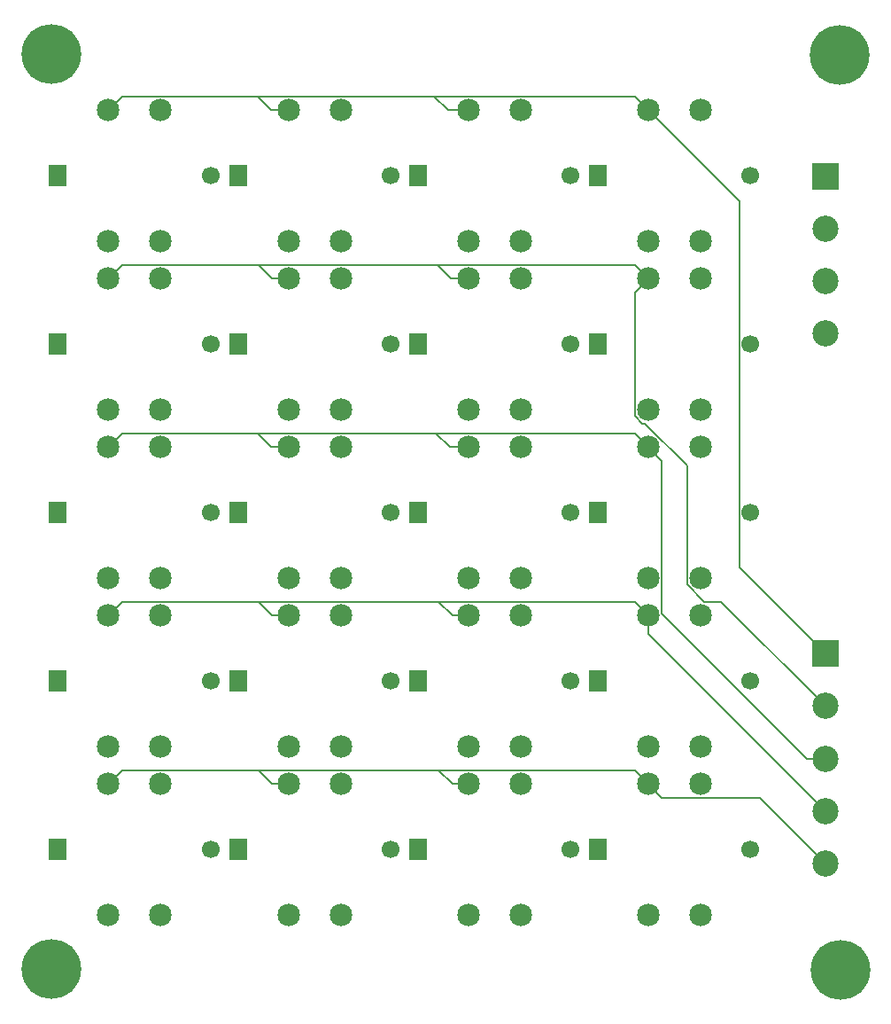
<source format=gbr>
%TF.GenerationSoftware,KiCad,Pcbnew,(5.1.10)-1*%
%TF.CreationDate,2021-10-20T08:10:08-05:00*%
%TF.ProjectId,Mk3,4d6b332e-6b69-4636-9164-5f7063625858,3*%
%TF.SameCoordinates,Original*%
%TF.FileFunction,Copper,L1,Top*%
%TF.FilePolarity,Positive*%
%FSLAX46Y46*%
G04 Gerber Fmt 4.6, Leading zero omitted, Abs format (unit mm)*
G04 Created by KiCad (PCBNEW (5.1.10)-1) date 2021-10-20 08:10:08*
%MOMM*%
%LPD*%
G01*
G04 APERTURE LIST*
%TA.AperFunction,ComponentPad*%
%ADD10C,5.700000*%
%TD*%
%TA.AperFunction,ComponentPad*%
%ADD11C,2.500000*%
%TD*%
%TA.AperFunction,ComponentPad*%
%ADD12R,2.500000X2.500000*%
%TD*%
%TA.AperFunction,ComponentPad*%
%ADD13C,2.159000*%
%TD*%
%TA.AperFunction,ComponentPad*%
%ADD14C,1.700000*%
%TD*%
%TA.AperFunction,ComponentPad*%
%ADD15R,1.700000X2.000000*%
%TD*%
%TA.AperFunction,Conductor*%
%ADD16C,0.152400*%
%TD*%
G04 APERTURE END LIST*
D10*
%TO.P,REF\u002A\u002A,1*%
%TO.N,N/C*%
X178163220Y-148356320D03*
%TD*%
%TO.P,REF\u002A\u002A,1*%
%TO.N,N/C*%
X102765860Y-148290280D03*
%TD*%
%TO.P,REF\u002A\u002A,1*%
%TO.N,N/C*%
X102725220Y-60906660D03*
%TD*%
%TO.P,REF\u002A\u002A,1*%
%TO.N,N/C*%
X178122580Y-60972700D03*
%TD*%
D11*
%TO.P,ST-ROW-1,5*%
%TO.N,Net-(ST-ROW-1-Pad5)*%
X176743360Y-138181120D03*
%TO.P,ST-ROW-1,4*%
%TO.N,Net-(ST-ROW-1-Pad4)*%
X176743360Y-133181120D03*
%TO.P,ST-ROW-1,3*%
%TO.N,Net-(ST-ROW-1-Pad3)*%
X176743360Y-128181120D03*
%TO.P,ST-ROW-1,2*%
%TO.N,Net-(ST-ROW-1-Pad2)*%
X176743360Y-123181120D03*
D12*
%TO.P,ST-ROW-1,1*%
%TO.N,Net-(ST-ROW-1-Pad1)*%
X176743360Y-118181120D03*
%TD*%
D11*
%TO.P,ST-COL-1,4*%
%TO.N,Net-(DO-12-Pad1)*%
X176743360Y-87605900D03*
%TO.P,ST-COL-1,3*%
%TO.N,Net-(DO-11-Pad1)*%
X176743360Y-82605900D03*
%TO.P,ST-COL-1,2*%
%TO.N,Net-(DO-10-Pad1)*%
X176743360Y-77605900D03*
D12*
%TO.P,ST-COL-1,1*%
%TO.N,Net-(DO-1-Pad1)*%
X176743360Y-72605900D03*
%TD*%
D13*
%TO.P,TS-20,1*%
%TO.N,Net-(DO-20-Pad2)*%
X164822800Y-130605740D03*
%TO.P,TS-20,2*%
%TO.N,N/C*%
X164822800Y-143102540D03*
%TO.P,TS-20,3*%
%TO.N,Net-(ST-ROW-1-Pad5)*%
X159824080Y-130605740D03*
%TO.P,TS-20,4*%
%TO.N,N/C*%
X159824080Y-143102540D03*
%TD*%
%TO.P,TS-19,1*%
%TO.N,Net-(DO-19-Pad2)*%
X147617800Y-130605740D03*
%TO.P,TS-19,2*%
%TO.N,N/C*%
X147617800Y-143102540D03*
%TO.P,TS-19,3*%
%TO.N,Net-(ST-ROW-1-Pad5)*%
X142619080Y-130605740D03*
%TO.P,TS-19,4*%
%TO.N,N/C*%
X142619080Y-143102540D03*
%TD*%
%TO.P,TS-18,1*%
%TO.N,Net-(DO-18-Pad2)*%
X130412800Y-130605740D03*
%TO.P,TS-18,2*%
%TO.N,N/C*%
X130412800Y-143102540D03*
%TO.P,TS-18,3*%
%TO.N,Net-(ST-ROW-1-Pad5)*%
X125414080Y-130605740D03*
%TO.P,TS-18,4*%
%TO.N,N/C*%
X125414080Y-143102540D03*
%TD*%
%TO.P,TS-17,1*%
%TO.N,Net-(DO-17-Pad2)*%
X113207800Y-130605740D03*
%TO.P,TS-17,2*%
%TO.N,N/C*%
X113207800Y-143102540D03*
%TO.P,TS-17,3*%
%TO.N,Net-(ST-ROW-1-Pad5)*%
X108209080Y-130605740D03*
%TO.P,TS-17,4*%
%TO.N,N/C*%
X108209080Y-143102540D03*
%TD*%
%TO.P,TS-16,1*%
%TO.N,Net-(DO-16-Pad2)*%
X164822800Y-114515740D03*
%TO.P,TS-16,2*%
%TO.N,N/C*%
X164822800Y-127012540D03*
%TO.P,TS-16,3*%
%TO.N,Net-(ST-ROW-1-Pad4)*%
X159824080Y-114515740D03*
%TO.P,TS-16,4*%
%TO.N,N/C*%
X159824080Y-127012540D03*
%TD*%
%TO.P,TS-15,1*%
%TO.N,Net-(DO-15-Pad2)*%
X147617800Y-114515740D03*
%TO.P,TS-15,2*%
%TO.N,N/C*%
X147617800Y-127012540D03*
%TO.P,TS-15,3*%
%TO.N,Net-(ST-ROW-1-Pad4)*%
X142619080Y-114515740D03*
%TO.P,TS-15,4*%
%TO.N,N/C*%
X142619080Y-127012540D03*
%TD*%
%TO.P,TS-14,1*%
%TO.N,Net-(DO-14-Pad2)*%
X130412800Y-114515740D03*
%TO.P,TS-14,2*%
%TO.N,N/C*%
X130412800Y-127012540D03*
%TO.P,TS-14,3*%
%TO.N,Net-(ST-ROW-1-Pad4)*%
X125414080Y-114515740D03*
%TO.P,TS-14,4*%
%TO.N,N/C*%
X125414080Y-127012540D03*
%TD*%
%TO.P,TS-13,1*%
%TO.N,Net-(DO-13-Pad2)*%
X113207800Y-114515740D03*
%TO.P,TS-13,2*%
%TO.N,N/C*%
X113207800Y-127012540D03*
%TO.P,TS-13,3*%
%TO.N,Net-(ST-ROW-1-Pad4)*%
X108209080Y-114515740D03*
%TO.P,TS-13,4*%
%TO.N,N/C*%
X108209080Y-127012540D03*
%TD*%
%TO.P,TS-12,1*%
%TO.N,Net-(DO-12-Pad2)*%
X164822800Y-98425740D03*
%TO.P,TS-12,2*%
%TO.N,N/C*%
X164822800Y-110922540D03*
%TO.P,TS-12,3*%
%TO.N,Net-(ST-ROW-1-Pad3)*%
X159824080Y-98425740D03*
%TO.P,TS-12,4*%
%TO.N,N/C*%
X159824080Y-110922540D03*
%TD*%
%TO.P,TS-11,1*%
%TO.N,Net-(DO-11-Pad2)*%
X147617800Y-98425740D03*
%TO.P,TS-11,2*%
%TO.N,N/C*%
X147617800Y-110922540D03*
%TO.P,TS-11,3*%
%TO.N,Net-(ST-ROW-1-Pad3)*%
X142619080Y-98425740D03*
%TO.P,TS-11,4*%
%TO.N,N/C*%
X142619080Y-110922540D03*
%TD*%
%TO.P,TS-10,1*%
%TO.N,Net-(DO-10-Pad2)*%
X130412800Y-98425740D03*
%TO.P,TS-10,2*%
%TO.N,N/C*%
X130412800Y-110922540D03*
%TO.P,TS-10,3*%
%TO.N,Net-(ST-ROW-1-Pad3)*%
X125414080Y-98425740D03*
%TO.P,TS-10,4*%
%TO.N,N/C*%
X125414080Y-110922540D03*
%TD*%
%TO.P,TS-9,1*%
%TO.N,Net-(DO-9-Pad2)*%
X113207800Y-98425740D03*
%TO.P,TS-9,2*%
%TO.N,N/C*%
X113207800Y-110922540D03*
%TO.P,TS-9,3*%
%TO.N,Net-(ST-ROW-1-Pad3)*%
X108209080Y-98425740D03*
%TO.P,TS-9,4*%
%TO.N,N/C*%
X108209080Y-110922540D03*
%TD*%
%TO.P,TS-8,1*%
%TO.N,Net-(DO-8-Pad2)*%
X164822800Y-82335740D03*
%TO.P,TS-8,2*%
%TO.N,N/C*%
X164822800Y-94832540D03*
%TO.P,TS-8,3*%
%TO.N,Net-(ST-ROW-1-Pad2)*%
X159824080Y-82335740D03*
%TO.P,TS-8,4*%
%TO.N,N/C*%
X159824080Y-94832540D03*
%TD*%
%TO.P,TS-7,1*%
%TO.N,Net-(DO-7-Pad2)*%
X147617800Y-82335740D03*
%TO.P,TS-7,2*%
%TO.N,N/C*%
X147617800Y-94832540D03*
%TO.P,TS-7,3*%
%TO.N,Net-(ST-ROW-1-Pad2)*%
X142619080Y-82335740D03*
%TO.P,TS-7,4*%
%TO.N,N/C*%
X142619080Y-94832540D03*
%TD*%
%TO.P,TS-6,1*%
%TO.N,Net-(DO-6-Pad2)*%
X130412800Y-82335740D03*
%TO.P,TS-6,2*%
%TO.N,N/C*%
X130412800Y-94832540D03*
%TO.P,TS-6,3*%
%TO.N,Net-(ST-ROW-1-Pad2)*%
X125414080Y-82335740D03*
%TO.P,TS-6,4*%
%TO.N,N/C*%
X125414080Y-94832540D03*
%TD*%
%TO.P,TS-5,1*%
%TO.N,Net-(DO-5-Pad2)*%
X113207800Y-82335740D03*
%TO.P,TS-5,2*%
%TO.N,N/C*%
X113207800Y-94832540D03*
%TO.P,TS-5,3*%
%TO.N,Net-(ST-ROW-1-Pad2)*%
X108209080Y-82335740D03*
%TO.P,TS-5,4*%
%TO.N,N/C*%
X108209080Y-94832540D03*
%TD*%
%TO.P,TS-4,1*%
%TO.N,Net-(DO-4-Pad2)*%
X164822800Y-66245740D03*
%TO.P,TS-4,2*%
%TO.N,N/C*%
X164822800Y-78742540D03*
%TO.P,TS-4,3*%
%TO.N,Net-(ST-ROW-1-Pad1)*%
X159824080Y-66245740D03*
%TO.P,TS-4,4*%
%TO.N,N/C*%
X159824080Y-78742540D03*
%TD*%
%TO.P,TS-3,1*%
%TO.N,Net-(DO-3-Pad2)*%
X147617800Y-66245740D03*
%TO.P,TS-3,2*%
%TO.N,N/C*%
X147617800Y-78742540D03*
%TO.P,TS-3,3*%
%TO.N,Net-(ST-ROW-1-Pad1)*%
X142619080Y-66245740D03*
%TO.P,TS-3,4*%
%TO.N,N/C*%
X142619080Y-78742540D03*
%TD*%
%TO.P,TS-2,1*%
%TO.N,Net-(DO-2-Pad2)*%
X130412800Y-66245740D03*
%TO.P,TS-2,2*%
%TO.N,N/C*%
X130412800Y-78742540D03*
%TO.P,TS-2,3*%
%TO.N,Net-(ST-ROW-1-Pad1)*%
X125414080Y-66245740D03*
%TO.P,TS-2,4*%
%TO.N,N/C*%
X125414080Y-78742540D03*
%TD*%
D14*
%TO.P,DO-20,2*%
%TO.N,Net-(DO-20-Pad2)*%
X169598600Y-136894780D03*
D15*
%TO.P,DO-20,1*%
%TO.N,Net-(DO-12-Pad1)*%
X154998600Y-136894780D03*
%TD*%
D14*
%TO.P,DO-19,2*%
%TO.N,Net-(DO-19-Pad2)*%
X152393600Y-136894780D03*
D15*
%TO.P,DO-19,1*%
%TO.N,Net-(DO-11-Pad1)*%
X137793600Y-136894780D03*
%TD*%
D14*
%TO.P,DO-18,2*%
%TO.N,Net-(DO-18-Pad2)*%
X135188600Y-136894780D03*
D15*
%TO.P,DO-18,1*%
%TO.N,Net-(DO-10-Pad1)*%
X120588600Y-136894780D03*
%TD*%
D14*
%TO.P,DO-17,2*%
%TO.N,Net-(DO-17-Pad2)*%
X117983600Y-136894780D03*
D15*
%TO.P,DO-17,1*%
%TO.N,Net-(DO-1-Pad1)*%
X103383600Y-136894780D03*
%TD*%
D14*
%TO.P,DO-16,2*%
%TO.N,Net-(DO-16-Pad2)*%
X169598600Y-120804780D03*
D15*
%TO.P,DO-16,1*%
%TO.N,Net-(DO-12-Pad1)*%
X154998600Y-120804780D03*
%TD*%
D14*
%TO.P,DO-15,2*%
%TO.N,Net-(DO-15-Pad2)*%
X152393600Y-120804780D03*
D15*
%TO.P,DO-15,1*%
%TO.N,Net-(DO-11-Pad1)*%
X137793600Y-120804780D03*
%TD*%
D14*
%TO.P,DO-14,2*%
%TO.N,Net-(DO-14-Pad2)*%
X135188600Y-120804780D03*
D15*
%TO.P,DO-14,1*%
%TO.N,Net-(DO-10-Pad1)*%
X120588600Y-120804780D03*
%TD*%
D14*
%TO.P,DO-13,2*%
%TO.N,Net-(DO-13-Pad2)*%
X117983600Y-120804780D03*
D15*
%TO.P,DO-13,1*%
%TO.N,Net-(DO-1-Pad1)*%
X103383600Y-120804780D03*
%TD*%
D14*
%TO.P,DO-12,2*%
%TO.N,Net-(DO-12-Pad2)*%
X169598600Y-104714780D03*
D15*
%TO.P,DO-12,1*%
%TO.N,Net-(DO-12-Pad1)*%
X154998600Y-104714780D03*
%TD*%
D14*
%TO.P,DO-11,2*%
%TO.N,Net-(DO-11-Pad2)*%
X152393600Y-104714780D03*
D15*
%TO.P,DO-11,1*%
%TO.N,Net-(DO-11-Pad1)*%
X137793600Y-104714780D03*
%TD*%
D14*
%TO.P,DO-10,2*%
%TO.N,Net-(DO-10-Pad2)*%
X135188600Y-104714780D03*
D15*
%TO.P,DO-10,1*%
%TO.N,Net-(DO-10-Pad1)*%
X120588600Y-104714780D03*
%TD*%
D14*
%TO.P,DO-9,2*%
%TO.N,Net-(DO-9-Pad2)*%
X117983600Y-104714780D03*
D15*
%TO.P,DO-9,1*%
%TO.N,Net-(DO-1-Pad1)*%
X103383600Y-104714780D03*
%TD*%
D14*
%TO.P,DO-8,2*%
%TO.N,Net-(DO-8-Pad2)*%
X169598600Y-88624780D03*
D15*
%TO.P,DO-8,1*%
%TO.N,Net-(DO-12-Pad1)*%
X154998600Y-88624780D03*
%TD*%
D14*
%TO.P,DO-7,2*%
%TO.N,Net-(DO-7-Pad2)*%
X152393600Y-88624780D03*
D15*
%TO.P,DO-7,1*%
%TO.N,Net-(DO-11-Pad1)*%
X137793600Y-88624780D03*
%TD*%
D14*
%TO.P,DO-6,2*%
%TO.N,Net-(DO-6-Pad2)*%
X135188600Y-88624780D03*
D15*
%TO.P,DO-6,1*%
%TO.N,Net-(DO-10-Pad1)*%
X120588600Y-88624780D03*
%TD*%
D14*
%TO.P,DO-5,2*%
%TO.N,Net-(DO-5-Pad2)*%
X117983600Y-88624780D03*
D15*
%TO.P,DO-5,1*%
%TO.N,Net-(DO-1-Pad1)*%
X103383600Y-88624780D03*
%TD*%
D14*
%TO.P,DO-4,2*%
%TO.N,Net-(DO-4-Pad2)*%
X169598600Y-72534780D03*
D15*
%TO.P,DO-4,1*%
%TO.N,Net-(DO-12-Pad1)*%
X154998600Y-72534780D03*
%TD*%
D14*
%TO.P,DO-3,2*%
%TO.N,Net-(DO-3-Pad2)*%
X152393600Y-72534780D03*
D15*
%TO.P,DO-3,1*%
%TO.N,Net-(DO-11-Pad1)*%
X137793600Y-72534780D03*
%TD*%
D14*
%TO.P,DO-2,2*%
%TO.N,Net-(DO-2-Pad2)*%
X135188600Y-72534780D03*
D15*
%TO.P,DO-2,1*%
%TO.N,Net-(DO-10-Pad1)*%
X120588600Y-72534780D03*
%TD*%
D13*
%TO.P,TS-1,4*%
%TO.N,N/C*%
X108209080Y-78742540D03*
%TO.P,TS-1,3*%
%TO.N,Net-(ST-ROW-1-Pad1)*%
X108209080Y-66245740D03*
%TO.P,TS-1,2*%
%TO.N,N/C*%
X113207800Y-78742540D03*
%TO.P,TS-1,1*%
%TO.N,Net-(DO-1-Pad2)*%
X113207800Y-66245740D03*
%TD*%
D15*
%TO.P,DO-1,1*%
%TO.N,Net-(DO-1-Pad1)*%
X103383600Y-72534780D03*
D14*
%TO.P,DO-1,2*%
%TO.N,Net-(DO-1-Pad2)*%
X117983600Y-72534780D03*
%TD*%
D16*
%TO.N,Net-(ST-ROW-1-Pad1)*%
X158515979Y-64937639D02*
X159824080Y-66245740D01*
X108209080Y-66245740D02*
X109517181Y-64937639D01*
X123789440Y-66245740D02*
X122481339Y-64937639D01*
X125414080Y-66245740D02*
X123789440Y-66245740D01*
X109517181Y-64937639D02*
X122481339Y-64937639D01*
X140649960Y-66245740D02*
X139341859Y-64937639D01*
X142619080Y-66245740D02*
X140649960Y-66245740D01*
X139341859Y-64937639D02*
X158515979Y-64937639D01*
X122481339Y-64937639D02*
X139341859Y-64937639D01*
X168519999Y-109957759D02*
X176743360Y-118181120D01*
X168519999Y-74941659D02*
X168519999Y-109957759D01*
X159824080Y-66245740D02*
X168519999Y-74941659D01*
%TO.N,Net-(ST-ROW-1-Pad2)*%
X158515979Y-81027639D02*
X159824080Y-82335740D01*
X108209080Y-82335740D02*
X109517181Y-81027639D01*
X123858922Y-82335740D02*
X122550821Y-81027639D01*
X125414080Y-82335740D02*
X123858922Y-82335740D01*
X109517181Y-81027639D02*
X122550821Y-81027639D01*
X140979260Y-82335740D02*
X139671159Y-81027639D01*
X142619080Y-82335740D02*
X140979260Y-82335740D01*
X139671159Y-81027639D02*
X158515979Y-81027639D01*
X122550821Y-81027639D02*
X139671159Y-81027639D01*
X166769879Y-113207639D02*
X176743360Y-123181120D01*
X165171909Y-113207639D02*
X166769879Y-113207639D01*
X163514699Y-111550429D02*
X165171909Y-113207639D01*
X163514699Y-100180369D02*
X163514699Y-111550429D01*
X159516170Y-96181840D02*
X163514699Y-100180369D01*
X159237390Y-96181840D02*
X159516170Y-96181840D01*
X158515979Y-83643841D02*
X158515979Y-95460429D01*
X158515979Y-95460429D02*
X159237390Y-96181840D01*
X159824080Y-82335740D02*
X158515979Y-83643841D01*
%TO.N,Net-(ST-ROW-1-Pad3)*%
X158515979Y-97117639D02*
X159824080Y-98425740D01*
X108209080Y-98425740D02*
X109517181Y-97117639D01*
X123780020Y-98425740D02*
X122471919Y-97117639D01*
X125414080Y-98425740D02*
X123780020Y-98425740D01*
X109517181Y-97117639D02*
X122471919Y-97117639D01*
X140825960Y-98425740D02*
X139517859Y-97117639D01*
X142619080Y-98425740D02*
X140825960Y-98425740D01*
X139517859Y-97117639D02*
X158515979Y-97117639D01*
X122471919Y-97117639D02*
X139517859Y-97117639D01*
X174975594Y-128181120D02*
X176743360Y-128181120D01*
X161132181Y-114337707D02*
X174975594Y-128181120D01*
X161132181Y-99733841D02*
X161132181Y-114337707D01*
X159824080Y-98425740D02*
X161132181Y-99733841D01*
%TO.N,Net-(ST-ROW-1-Pad4)*%
X158515979Y-113207639D02*
X159824080Y-114515740D01*
X108209080Y-114515740D02*
X109517181Y-113207639D01*
X123847700Y-114515740D02*
X122539599Y-113207639D01*
X125414080Y-114515740D02*
X123847700Y-114515740D01*
X109517181Y-113207639D02*
X122539599Y-113207639D01*
X142619080Y-114515740D02*
X141087002Y-114515740D01*
X141087002Y-114515740D02*
X139778901Y-113207639D01*
X139778901Y-113207639D02*
X158515979Y-113207639D01*
X122539599Y-113207639D02*
X139778901Y-113207639D01*
X159824080Y-116261840D02*
X176743360Y-133181120D01*
X159824080Y-114515740D02*
X159824080Y-116261840D01*
%TO.N,Net-(ST-ROW-1-Pad5)*%
X158515979Y-129297639D02*
X159824080Y-130605740D01*
X108209080Y-130605740D02*
X109517181Y-129297639D01*
X123864162Y-130605740D02*
X122556061Y-129297639D01*
X125414080Y-130605740D02*
X123864162Y-130605740D01*
X109517181Y-129297639D02*
X122556061Y-129297639D01*
X141085780Y-130605740D02*
X139777679Y-129297639D01*
X142619080Y-130605740D02*
X141085780Y-130605740D01*
X139777679Y-129297639D02*
X158515979Y-129297639D01*
X122556061Y-129297639D02*
X139777679Y-129297639D01*
X170476081Y-131913841D02*
X176743360Y-138181120D01*
X161132181Y-131913841D02*
X170476081Y-131913841D01*
X159824080Y-130605740D02*
X161132181Y-131913841D01*
%TD*%
M02*

</source>
